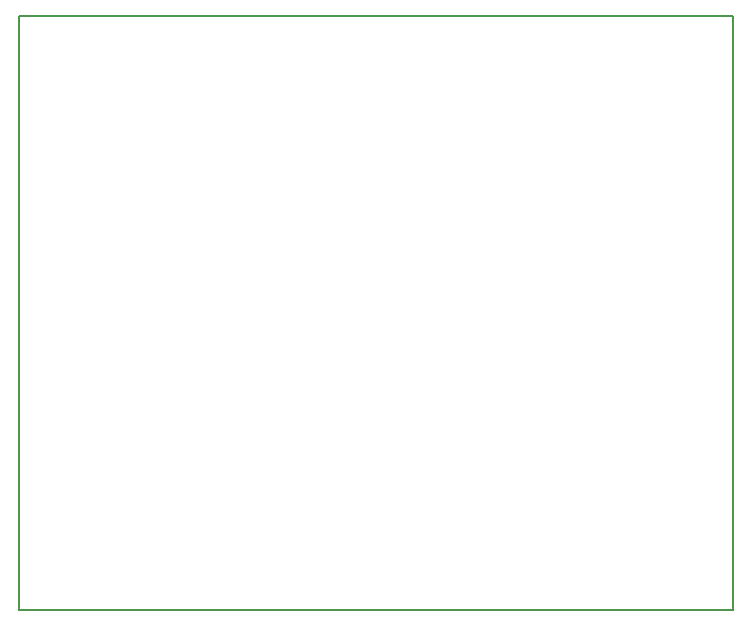
<source format=gbr>
%TF.GenerationSoftware,KiCad,Pcbnew,6.0.4-6f826c9f35~116~ubuntu20.04.1*%
%TF.CreationDate,2022-05-25T09:33:46+00:00*%
%TF.ProjectId,RFIQINT01B,52464951-494e-4543-9031-422e6b696361,REV 0.2*%
%TF.SameCoordinates,Original*%
%TF.FileFunction,Profile,NP*%
%FSLAX46Y46*%
G04 Gerber Fmt 4.6, Leading zero omitted, Abs format (unit mm)*
G04 Created by KiCad (PCBNEW 6.0.4-6f826c9f35~116~ubuntu20.04.1) date 2022-05-25 09:33:46*
%MOMM*%
%LPD*%
G01*
G04 APERTURE LIST*
%TA.AperFunction,Profile*%
%ADD10C,0.200000*%
%TD*%
G04 APERTURE END LIST*
D10*
X157226000Y-81534000D02*
X157226000Y-131826000D01*
X157226000Y-131826000D02*
X96774000Y-131826000D01*
X96774000Y-131826000D02*
X96774000Y-81534000D01*
X96774000Y-81534000D02*
X157226000Y-81534000D01*
M02*

</source>
